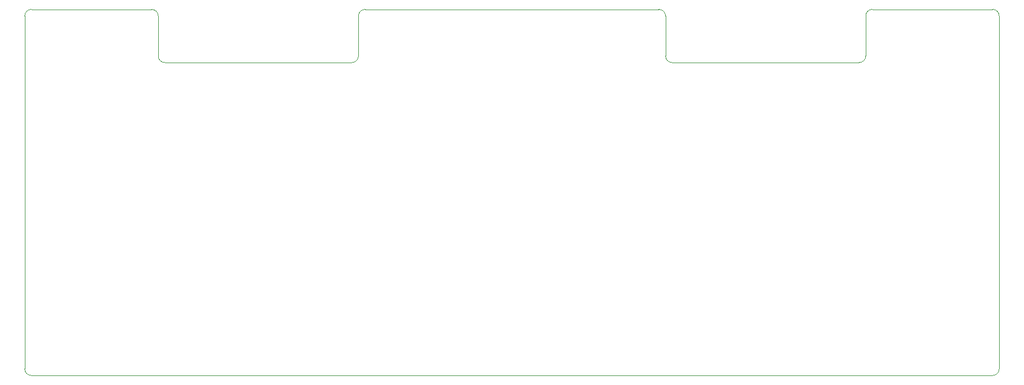
<source format=gbr>
%TF.GenerationSoftware,KiCad,Pcbnew,(6.0.8)*%
%TF.CreationDate,2022-11-08T10:52:10+01:00*%
%TF.ProjectId,TVZ_KTM_ApplicationBoard,54565a5f-4b54-44d5-9f41-70706c696361,rev?*%
%TF.SameCoordinates,Original*%
%TF.FileFunction,Profile,NP*%
%FSLAX46Y46*%
G04 Gerber Fmt 4.6, Leading zero omitted, Abs format (unit mm)*
G04 Created by KiCad (PCBNEW (6.0.8)) date 2022-11-08 10:52:10*
%MOMM*%
%LPD*%
G01*
G04 APERTURE LIST*
%TA.AperFunction,Profile*%
%ADD10C,0.100000*%
%TD*%
G04 APERTURE END LIST*
D10*
X121000000Y-58000000D02*
X149000000Y-58000000D01*
X195999999Y-51000001D02*
G75*
G03*
X195000001Y-50000001I-999999J1D01*
G01*
X245000001Y-105000001D02*
X177000001Y-105000001D01*
X120000000Y-51000000D02*
G75*
G03*
X119000000Y-50000000I-1000000J0D01*
G01*
X226000001Y-57000001D02*
X226000001Y-51000001D01*
X169000000Y-50000000D02*
X195000001Y-50000001D01*
X197000001Y-58000001D02*
X225000001Y-58000001D01*
X177000001Y-105000001D02*
X101000000Y-105000000D01*
X120000000Y-57000000D02*
G75*
G03*
X121000000Y-58000000I1000000J0D01*
G01*
X100000000Y-104000000D02*
G75*
G03*
X101000000Y-105000000I1000000J0D01*
G01*
X150000000Y-57000000D02*
X150000000Y-51000000D01*
X245999999Y-51000001D02*
G75*
G03*
X245000001Y-50000001I-999999J1D01*
G01*
X196000001Y-51000001D02*
X196000001Y-57000001D01*
X100000000Y-104000000D02*
X100000000Y-51000000D01*
X245000001Y-105000001D02*
G75*
G03*
X246000001Y-104000001I-1J1000001D01*
G01*
X151000000Y-50000000D02*
G75*
G03*
X150000000Y-51000000I0J-1000000D01*
G01*
X195999999Y-57000001D02*
G75*
G03*
X197000001Y-58000001I1000001J1D01*
G01*
X246000001Y-51000001D02*
X246000001Y-104000001D01*
X120000000Y-51000000D02*
X120000000Y-57000000D01*
X101000000Y-50000000D02*
X119000000Y-50000000D01*
X225000001Y-58000001D02*
G75*
G03*
X226000001Y-57000001I-1J1000001D01*
G01*
X227000001Y-50000001D02*
G75*
G03*
X226000001Y-51000001I-1J-999999D01*
G01*
X101000000Y-50000000D02*
G75*
G03*
X100000000Y-51000000I0J-1000000D01*
G01*
X151000000Y-50000000D02*
X169000000Y-50000000D01*
X149000000Y-58000000D02*
G75*
G03*
X150000000Y-57000000I0J1000000D01*
G01*
X227000001Y-50000001D02*
X245000001Y-50000001D01*
M02*

</source>
